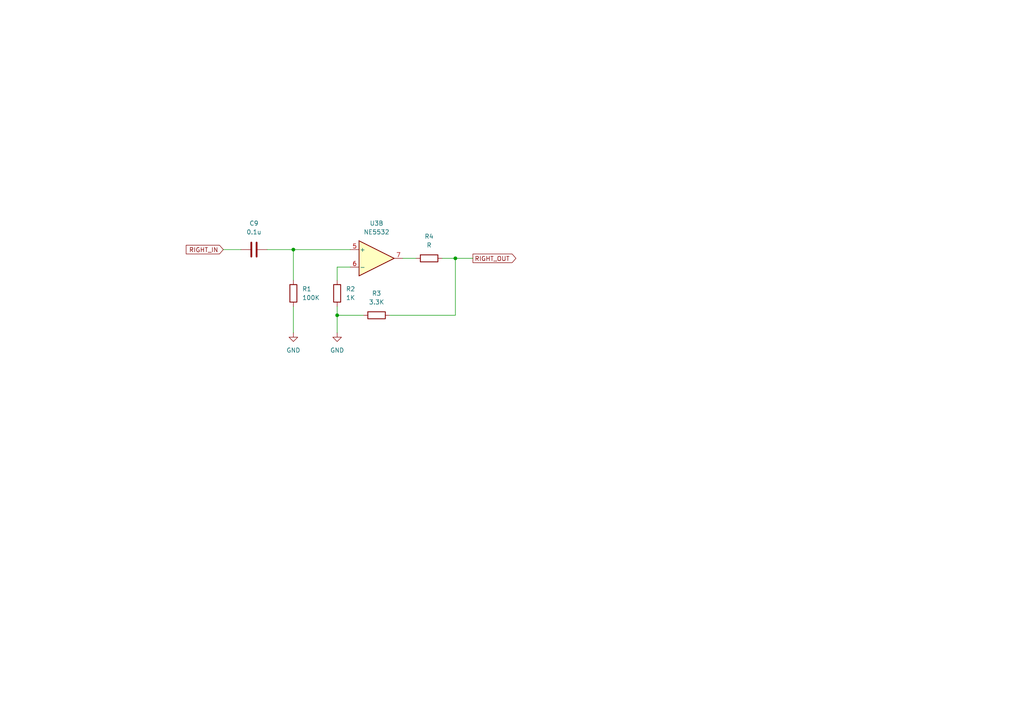
<source format=kicad_sch>
(kicad_sch (version 20250114) (generator "eeschema") (generator_version "9.0")
  (paper "A4")
  (lib_symbols
    (symbol "Amplifier_Operational:NE5532" (pin_names (offset 0.127))
      (property "Reference" "U" (at 0 5.08 0))
      (property "Value" "NE5532" (at 0 -5.08 0))
      (symbol "NE5532_1_1"
        (polyline (pts (xy -5.08 5.08) (xy 5.08 0) (xy -5.08 -5.08) (xy -5.08 5.08)) (stroke (width 0.254)) (fill (type background)))
        (pin input line (at -7.62 2.54 0) (length 2.54) (name "+") (number "3"))
        (pin input line (at -7.62 -2.54 0) (length 2.54) (name "-") (number "2"))
        (pin output line (at 7.62 0 180) (length 2.54) (name "~") (number "1"))
      )
      (symbol "NE5532_2_1"
        (polyline (pts (xy -5.08 5.08) (xy 5.08 0) (xy -5.08 -5.08) (xy -5.08 5.08)) (stroke (width 0.254)) (fill (type background)))
        (pin input line (at -7.62 2.54 0) (length 2.54) (name "+") (number "5"))
        (pin input line (at -7.62 -2.54 0) (length 2.54) (name "-") (number "6"))
        (pin output line (at 7.62 0 180) (length 2.54) (name "~") (number "7"))
      )
      (symbol "NE5532_3_1"
        (pin power_in line (at -2.54 7.62 270) (length 3.81) (name "V+") (number "8"))
        (pin power_in line (at -2.54 -7.62 90) (length 3.81) (name "V-") (number "4"))
      )
    )
    (symbol "Device:C" (pin_numbers (hide yes)) (pin_names (offset 0.254))
      (property "Reference" "C" (at 0.635 2.54 0))
      (property "Value" "C" (at 0.635 -2.54 0))
      (symbol "C_0_1"
        (polyline (pts (xy -2.032 0.762) (xy 2.032 0.762)) (stroke (width 0.508)))
        (polyline (pts (xy -2.032 -0.762) (xy 2.032 -0.762)) (stroke (width 0.508)))
      )
      (symbol "C_1_1"
        (pin passive line (at 0 3.81 270) (length 2.794) (name "~") (number "1"))
        (pin passive line (at 0 -3.81 90) (length 2.794) (name "~") (number "2"))
      )
    )
    (symbol "Device:R" (pin_numbers (hide yes)) (pin_names (offset 0))
      (property "Reference" "R" (at 2.032 0 90))
      (property "Value" "R" (at 0 0 90))
      (symbol "R_0_1"
        (rectangle (start -1.016 -2.54) (end 1.016 2.54) (stroke (width 0.254)))
      )
      (symbol "R_1_1"
        (pin passive line (at 0 3.81 270) (length 1.27) (name "~") (number "1"))
        (pin passive line (at 0 -3.81 90) (length 1.27) (name "~") (number "2"))
      )
    )
    (symbol "power:GND" (power) (pin_numbers (hide yes)) (pin_names (offset 0) (hide yes))
      (property "Value" "GND" (at 0 -3.81 0))
      (symbol "GND_0_1"
        (polyline (pts (xy 0 0) (xy 0 -1.27) (xy 1.27 -1.27) (xy 0 -2.54) (xy -1.27 -1.27) (xy 0 -1.27)))
      )
      (symbol "GND_1_1"
        (pin power_in line (at 0 0 270) (length 0) (name "~") (number "1"))
      )
    )
  )
  (junction (at 97.79 91.44))
  (junction (at 132.08 74.93))
  (junction (at 85.09 72.39))
  (wire (pts (xy 101.6 77.47) (xy 97.79 77.47)))
  (wire (pts (xy 97.79 91.44) (xy 105.41 91.44)))
  (wire (pts (xy 85.09 72.39) (xy 85.09 81.28)))
  (wire (pts (xy 113.03 91.44) (xy 132.08 91.44)))
  (wire (pts (xy 97.79 88.9) (xy 97.79 91.44)))
  (wire (pts (xy 77.47 72.39) (xy 85.09 72.39)))
  (wire (pts (xy 128.27 74.93) (xy 132.08 74.93)))
  (wire (pts (xy 97.79 91.44) (xy 97.79 96.52)))
  (wire (pts (xy 132.08 91.44) (xy 132.08 74.93)))
  (wire (pts (xy 85.09 88.9) (xy 85.09 96.52)))
  (wire (pts (xy 116.84 74.93) (xy 120.65 74.93)))
  (wire (pts (xy 85.09 72.39) (xy 101.6 72.39)))
  (wire (pts (xy 64.77 72.39) (xy 69.85 72.39)))
  (wire (pts (xy 97.79 77.47) (xy 97.79 81.28)))
  (wire (pts (xy 132.08 74.93) (xy 137.16 74.93)))
  (global_label "RIGHT_OUT" (shape output) (at 137.16 74.93 0) (property "Intersheetrefs" "${INTERSHEET_REFS}" (effects (hide yes))))
  (global_label "RIGHT_IN" (shape input) (at 64.77 72.39 180) (property "Intersheetrefs" "${INTERSHEET_REFS}" (effects (hide yes))))
  (symbol (lib_id "Device:R") (at 124.46 74.93 90) (unit 1)
    (property "Reference" "R4" (at 124.46 68.58 90))
    (property "Value" "R" (at 124.46 71.12 90))
    (property "Footprint" "Resistor_THT:R_Axial_DIN0309_L9.0mm_D3.2mm_P12.70mm_Horizontal" (effects (hide yes)))
    (property "Description" "Resistor" (effects (hide yes)))
  )
  (symbol (lib_id "power:GND") (at 97.79 96.52 0) (unit 1)
    (property "Reference" "#PWR07" (effects (hide yes)))
    (property "Value" "GND" (at 97.79 101.6 0))
    (property "Description" "Power symbol creates a global label with name \"GND\" , ground" (effects (hide yes)))
  )
  (symbol (lib_id "power:GND") (at 85.09 96.52 0) (unit 1)
    (property "Reference" "#PWR06" (effects (hide yes)))
    (property "Value" "GND" (at 85.09 101.6 0))
    (property "Description" "Power symbol creates a global label with name \"GND\" , ground" (effects (hide yes)))
  )
  (symbol (lib_id "Amplifier_Operational:NE5532") (at 109.22 74.93 0) (unit 2)
    (property "Reference" "U3" (at 109.22 64.77 0))
    (property "Value" "NE5532" (at 109.22 67.31 0))
    (property "Footprint" "Package_DIP:DIP-8_W7.62mm_Socket" (effects (hide yes)))
    (property "Datasheet" "http://www.ti.com/lit/ds/symlink/ne5532.pdf" (effects (hide yes)))
    (property "Description" "Dual Low-Noise Operational Amplifiers, DIP-8/SOIC-8" (effects (hide yes)))
  )
  (symbol (lib_id "Device:R") (at 97.79 85.09 0) (unit 1)
    (property "Reference" "R2" (at 100.33 83.8199 0) (effects (justify left)))
    (property "Value" "1K" (at 100.33 86.3599 0) (effects (justify left)))
    (property "Footprint" "Resistor_THT:R_Axial_DIN0309_L9.0mm_D3.2mm_P12.70mm_Horizontal" (effects (hide yes)))
    (property "Description" "Resistor" (effects (hide yes)))
  )
  (symbol (lib_id "Device:C") (at 73.66 72.39 90) (unit 1)
    (property "Reference" "C9" (at 73.66 64.77 90))
    (property "Value" "0.1u" (at 73.66 67.31 90))
    (property "Description" "Unpolarized capacitor" (effects (hide yes)))
  )
  (symbol (lib_id "Device:R") (at 109.22 91.44 90) (unit 1)
    (property "Reference" "R3" (at 109.22 85.09 90))
    (property "Value" "3.3K" (at 109.22 87.63 90))
    (property "Footprint" "Resistor_THT:R_Axial_DIN0309_L9.0mm_D3.2mm_P12.70mm_Horizontal" (effects (hide yes)))
    (property "Description" "Resistor" (effects (hide yes)))
  )
  (symbol (lib_id "Device:R") (at 85.09 85.09 0) (unit 1)
    (property "Reference" "R1" (at 87.63 83.8199 0) (effects (justify left)))
    (property "Value" "100K" (at 87.63 86.3599 0) (effects (justify left)))
    (property "Footprint" "Resistor_THT:R_Axial_DIN0309_L9.0mm_D3.2mm_P12.70mm_Horizontal" (effects (hide yes)))
    (property "Description" "Resistor" (effects (hide yes)))
  )
)
</source>
